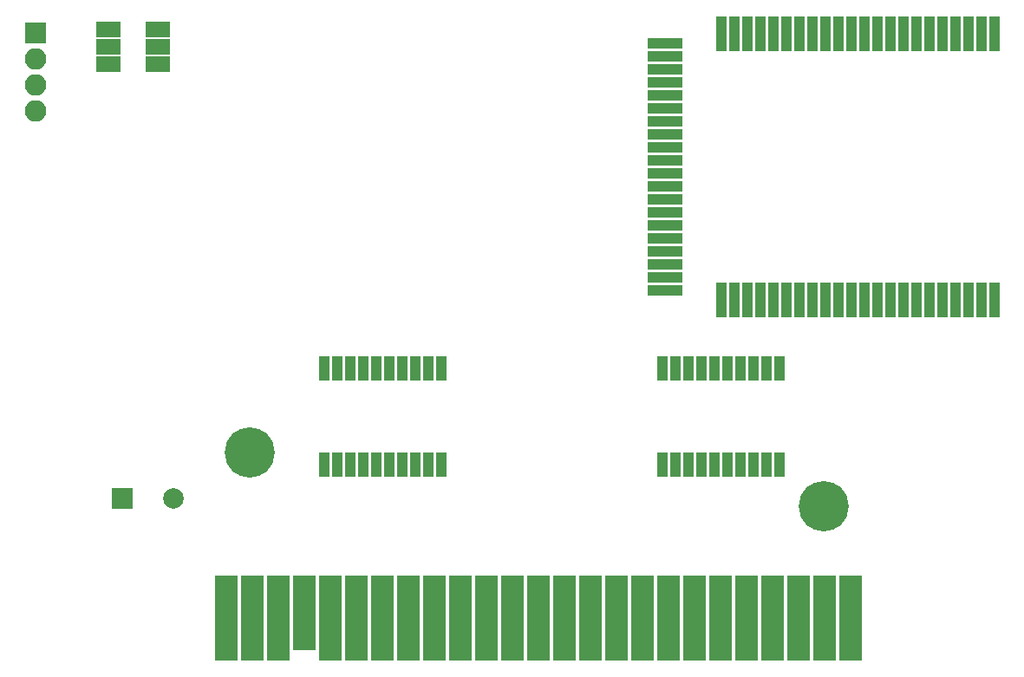
<source format=gbr>
G04 #@! TF.GenerationSoftware,KiCad,Pcbnew,5.1.5+dfsg1-2*
G04 #@! TF.CreationDate,2020-04-06T18:03:34-07:00*
G04 #@! TF.ProjectId,rpmpv1,72706d70-7631-42e6-9b69-6361645f7063,rev?*
G04 #@! TF.SameCoordinates,Original*
G04 #@! TF.FileFunction,Soldermask,Top*
G04 #@! TF.FilePolarity,Negative*
%FSLAX46Y46*%
G04 Gerber Fmt 4.6, Leading zero omitted, Abs format (unit mm)*
G04 Created by KiCad (PCBNEW 5.1.5+dfsg1-2) date 2020-04-06 18:03:34*
%MOMM*%
%LPD*%
G04 APERTURE LIST*
%ADD10R,3.400000X1.100000*%
%ADD11R,1.100000X3.400000*%
%ADD12C,4.900000*%
%ADD13R,2.200000X8.400000*%
%ADD14R,2.200000X7.400000*%
%ADD15R,2.400000X1.500000*%
%ADD16R,1.000000X2.350000*%
%ADD17R,2.100000X2.100000*%
%ADD18O,2.100000X2.100000*%
%ADD19R,2.000000X2.000000*%
%ADD20C,2.000000*%
G04 APERTURE END LIST*
D10*
X169799000Y-53721000D03*
D11*
X202006200Y-52743100D03*
X200736200Y-52743100D03*
X199466200Y-52743100D03*
X198196200Y-52743100D03*
X196926200Y-52743100D03*
X195656200Y-52743100D03*
X194386200Y-52743100D03*
X193116200Y-52743100D03*
X191846200Y-52743100D03*
X190576200Y-52743100D03*
X189306200Y-52743100D03*
X188036200Y-52743100D03*
X186766200Y-52743100D03*
X185496200Y-52743100D03*
X184226200Y-52743100D03*
X182956200Y-52743100D03*
X181686200Y-52743100D03*
X180416200Y-52743100D03*
X179146200Y-52743100D03*
X177876200Y-52743100D03*
X176606200Y-52743100D03*
X175336200Y-52743100D03*
D10*
X169799000Y-54991000D03*
X169799000Y-56261000D03*
X169799000Y-57531000D03*
X169799000Y-58801000D03*
X169799000Y-60071000D03*
X169799000Y-61341000D03*
X169799000Y-62611000D03*
X169799000Y-63881000D03*
X169799000Y-65151000D03*
X169799000Y-66421000D03*
X169799000Y-67691000D03*
X169799000Y-68961000D03*
X169799000Y-70231000D03*
X169799000Y-71501000D03*
X169799000Y-72771000D03*
X169799000Y-74041000D03*
X169799000Y-75311000D03*
D11*
X175336200Y-78778100D03*
X176606200Y-78778100D03*
X177876200Y-78778100D03*
X179146200Y-78778100D03*
X180416200Y-78778100D03*
X181686200Y-78778100D03*
X182956200Y-78778100D03*
X184226200Y-78778100D03*
X185496200Y-78778100D03*
X186766200Y-78778100D03*
X188036200Y-78778100D03*
X189306200Y-78778100D03*
X190576200Y-78778100D03*
X191846200Y-78778100D03*
X193116200Y-78778100D03*
X194386200Y-78778100D03*
X195656200Y-78778100D03*
X196926200Y-78778100D03*
X198196200Y-78778100D03*
X199466200Y-78778100D03*
D10*
X169799000Y-76581000D03*
X169799000Y-77851000D03*
D11*
X200736200Y-78778100D03*
X202006200Y-78778100D03*
D12*
X185323640Y-98897440D03*
D13*
X187939840Y-109827440D03*
X185399840Y-109827440D03*
X182859840Y-109827440D03*
X180319840Y-109827440D03*
X177779840Y-109827440D03*
X175239840Y-109827440D03*
X172699840Y-109827440D03*
X170159840Y-109827440D03*
X167619840Y-109827440D03*
X165079840Y-109827440D03*
X162539840Y-109827440D03*
X159999840Y-109827440D03*
X157459840Y-109827440D03*
X154919840Y-109827440D03*
X152379840Y-109827440D03*
X149839840Y-109827440D03*
X147299840Y-109827440D03*
X144759840Y-109827440D03*
X142219840Y-109827440D03*
X139679840Y-109827440D03*
X137139840Y-109827440D03*
D14*
X134594760Y-109334680D03*
D13*
X132059840Y-109827440D03*
X129519840Y-109827440D03*
X126979840Y-109827440D03*
D12*
X129324260Y-93695520D03*
D15*
X115469000Y-52353000D03*
X115469000Y-54053000D03*
X115469000Y-55753000D03*
X120269000Y-55753000D03*
X120269000Y-54053000D03*
X120269000Y-52353000D03*
D16*
X169545000Y-94870000D03*
X170815000Y-94870000D03*
X172085000Y-94870000D03*
X173355000Y-94870000D03*
X174625000Y-94870000D03*
X175895000Y-94870000D03*
X177165000Y-94870000D03*
X178435000Y-94870000D03*
X179705000Y-94870000D03*
X180975000Y-94870000D03*
X180975000Y-85470000D03*
X179705000Y-85470000D03*
X178435000Y-85470000D03*
X177165000Y-85470000D03*
X175895000Y-85470000D03*
X174625000Y-85470000D03*
X173355000Y-85470000D03*
X172085000Y-85470000D03*
X170815000Y-85470000D03*
X169545000Y-85470000D03*
X136525000Y-94870000D03*
X137795000Y-94870000D03*
X139065000Y-94870000D03*
X140335000Y-94870000D03*
X141605000Y-94870000D03*
X142875000Y-94870000D03*
X144145000Y-94870000D03*
X145415000Y-94870000D03*
X146685000Y-94870000D03*
X147955000Y-94870000D03*
X147955000Y-85470000D03*
X146685000Y-85470000D03*
X145415000Y-85470000D03*
X144145000Y-85470000D03*
X142875000Y-85470000D03*
X141605000Y-85470000D03*
X140335000Y-85470000D03*
X139065000Y-85470000D03*
X137795000Y-85470000D03*
X136525000Y-85470000D03*
D17*
X108331000Y-52705000D03*
D18*
X108331000Y-55245000D03*
X108331000Y-57785000D03*
X108331000Y-60325000D03*
D19*
X116802000Y-98171000D03*
D20*
X121802000Y-98171000D03*
M02*

</source>
